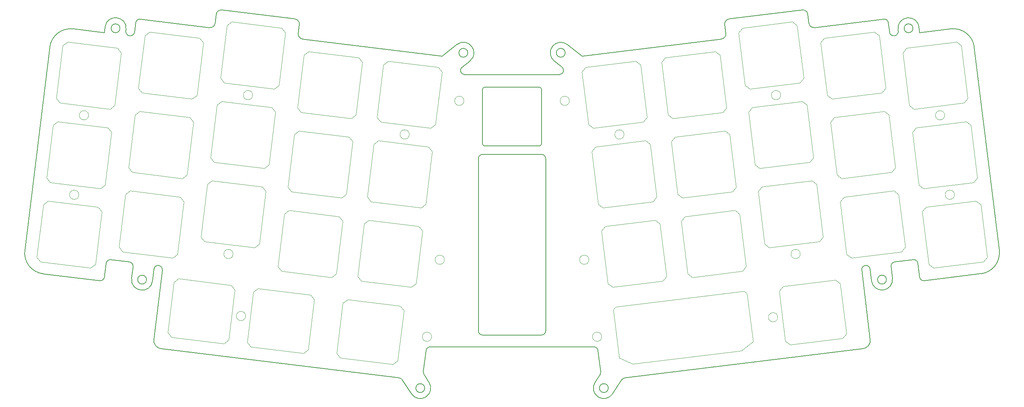
<source format=gm1>
G04 #@! TF.GenerationSoftware,KiCad,Pcbnew,7.0.10-7.0.10~ubuntu23.04.1*
G04 #@! TF.CreationDate,2024-02-06T18:33:21+00:00*
G04 #@! TF.ProjectId,plate_asym,706c6174-655f-4617-9379-6d2e6b696361,v0.1*
G04 #@! TF.SameCoordinates,Original*
G04 #@! TF.FileFunction,Profile,NP*
%FSLAX46Y46*%
G04 Gerber Fmt 4.6, Leading zero omitted, Abs format (unit mm)*
G04 Created by KiCad (PCBNEW 7.0.10-7.0.10~ubuntu23.04.1) date 2024-02-06 18:33:21*
%MOMM*%
%LPD*%
G01*
G04 APERTURE LIST*
G04 #@! TA.AperFunction,Profile*
%ADD10C,0.200000*%
G04 #@! TD*
G04 #@! TA.AperFunction,Profile*
%ADD11C,0.050000*%
G04 #@! TD*
G04 APERTURE END LIST*
D10*
X77682917Y-58995632D02*
X95052477Y-61128345D01*
X130002631Y-69966074D02*
X133525011Y-67208887D01*
X243493502Y-122541636D02*
G75*
G03*
X244607885Y-123412317I992598J121936D01*
G01*
X173443954Y-146544944D02*
X230025537Y-139597600D01*
X153139472Y-91358057D02*
X140139472Y-91358057D01*
X50197233Y-119273574D02*
X49795467Y-122545699D01*
X30863549Y-116191113D02*
G75*
G03*
X35216943Y-121763192I4962551J-609487D01*
G01*
X136609867Y-71143852D02*
G75*
G03*
X133525011Y-67208887I-1542467J1967452D01*
G01*
X166363422Y-147599714D02*
G75*
G03*
X170552210Y-150329837I2094378J-1365086D01*
G01*
X136117430Y-69176357D02*
G75*
G03*
X134017430Y-69176357I-1050000J0D01*
G01*
X134017430Y-69176357D02*
G75*
G03*
X136117430Y-69176357I1050000J0D01*
G01*
X51311653Y-118402862D02*
G75*
G03*
X50197234Y-119273574I-121953J-992438D01*
G01*
X61558128Y-120668517D02*
X61215624Y-123457990D01*
X122736741Y-150333918D02*
X120560880Y-146995520D01*
X55746721Y-65124164D02*
X55826748Y-65133990D01*
X258071990Y-121759108D02*
G75*
G03*
X262425377Y-116187055I-609190J4962608D01*
G01*
X96097289Y-62465643D02*
X95839839Y-64562398D01*
X230025536Y-139597589D02*
G75*
G03*
X231766889Y-137368768I-243736J1985089D01*
G01*
X127205790Y-139149902D02*
X166082638Y-139146364D01*
X243493469Y-122541640D02*
X243091703Y-119269515D01*
X54876034Y-64009747D02*
G75*
G03*
X55746721Y-65124163I992566J-121853D01*
G01*
X61522046Y-137372827D02*
X63543155Y-120912212D01*
X56595463Y-120059178D02*
G75*
G03*
X55724720Y-118944754I-992663J121778D01*
G01*
X56252893Y-122848643D02*
X56595397Y-120059170D01*
X217200710Y-62133147D02*
G75*
G03*
X218538067Y-63177949I1191290J146547D01*
G01*
X63263399Y-139601659D02*
X119844982Y-146549003D01*
X243356838Y-63035489D02*
G75*
G03*
X238368964Y-63647923I-2493938J-306211D01*
G01*
X232073312Y-123453931D02*
X231730808Y-120664458D01*
X74750870Y-63182004D02*
G75*
G03*
X76088171Y-62137199I146130J1191204D01*
G01*
X196404283Y-65895631D02*
G75*
G03*
X197449097Y-64558339I-146083J1190931D01*
G01*
X232073347Y-123453927D02*
G75*
G03*
X237036042Y-122844584I2481353J304627D01*
G01*
X140139472Y-77358057D02*
X153139472Y-77358057D01*
X95839848Y-64562399D02*
G75*
G03*
X96884652Y-65899695I1190852J-146401D01*
G01*
X134779321Y-72573626D02*
G75*
G03*
X135394999Y-74361699I615579J-788074D01*
G01*
X96097284Y-62465642D02*
G75*
G03*
X95052475Y-61128345I-1191184J146142D01*
G01*
X256488493Y-67835015D02*
X262425377Y-116187055D01*
X159271506Y-69172298D02*
G75*
G03*
X157171506Y-69172298I-1050000J0D01*
G01*
X157171506Y-69172298D02*
G75*
G03*
X159271506Y-69172298I1050000J0D01*
G01*
X154640692Y-94348132D02*
X154640691Y-135348130D01*
X135394999Y-74361699D02*
X157895290Y-74358473D01*
X243523049Y-64389422D02*
X250916415Y-63481631D01*
X153640692Y-136348133D02*
X139640692Y-136348133D01*
X136609849Y-71143829D02*
X134779303Y-72573604D01*
X54919971Y-63651982D02*
G75*
G03*
X49932129Y-63039552I-2493921J306212D01*
G01*
X218538067Y-63177950D02*
X234959918Y-61161600D01*
X56252895Y-122848643D02*
G75*
G03*
X61215624Y-123457990I2481365J-304667D01*
G01*
X161709203Y-68729846D02*
X163286305Y-69962015D01*
X42372521Y-63485690D02*
X49765887Y-64393481D01*
X58329012Y-61165708D02*
G75*
G03*
X57214603Y-62036336I-121912J-992492D01*
G01*
X127205790Y-139149882D02*
G75*
G03*
X126214751Y-140017014I110J-1000018D01*
G01*
X237564220Y-118940724D02*
G75*
G03*
X236693540Y-120055111I121780J-992476D01*
G01*
X159763925Y-67204825D02*
X161709203Y-68729846D01*
X42372519Y-63485705D02*
G75*
G03*
X36800443Y-67839074I-609219J-4962895D01*
G01*
X138640767Y-135348132D02*
G75*
G03*
X139640692Y-136348133I1000233J232D01*
G01*
X197449097Y-64558339D02*
X197191647Y-62461584D01*
X236693539Y-120055111D02*
X237036043Y-122844584D01*
X235604679Y-123149257D02*
G75*
G03*
X233504677Y-123149257I-1050001J0D01*
G01*
X233504677Y-123149257D02*
G75*
G03*
X235604679Y-123149257I1050001J0D01*
G01*
X58329018Y-61165659D02*
X74750869Y-63182009D01*
X153639543Y-77858057D02*
G75*
G03*
X153139472Y-77358057I-500043J-43D01*
G01*
X258071993Y-121759133D02*
X244607885Y-123412317D01*
X236074307Y-62032280D02*
G75*
G03*
X234959918Y-61161601I-992507J-121820D01*
G01*
X172728056Y-146991461D02*
X170552195Y-150329859D01*
X153639472Y-77858057D02*
X153639472Y-90858057D01*
X48681051Y-123416373D02*
G75*
G03*
X49795467Y-122545699I121849J992573D01*
G01*
X55826750Y-65133972D02*
G75*
G03*
X56941164Y-64263313I121850J992572D01*
G01*
X167073850Y-140013399D02*
X167747194Y-145032513D01*
X236347789Y-64259252D02*
G75*
G03*
X237462188Y-65129931I992611J121952D01*
G01*
X139640692Y-93348132D02*
X153640692Y-93348132D01*
X167073852Y-140013399D02*
G75*
G03*
X166082638Y-139146364I-991152J-133001D01*
G01*
X198236459Y-61124286D02*
X215606019Y-58991573D01*
X125881141Y-148968822D02*
G75*
G03*
X123781139Y-148968822I-1050001J0D01*
G01*
X123781139Y-148968822D02*
G75*
G03*
X125881141Y-148968822I1050001J0D01*
G01*
X241912885Y-63341708D02*
G75*
G03*
X239812885Y-63341708I-1050000J0D01*
G01*
X239812885Y-63341708D02*
G75*
G03*
X241912885Y-63341708I1050000J0D01*
G01*
X238368963Y-63647923D02*
X238412891Y-64005689D01*
X236074334Y-62032277D02*
X236347772Y-64259254D01*
X139640692Y-93348092D02*
G75*
G03*
X138640692Y-94348132I8J-1000008D01*
G01*
X256488543Y-67835009D02*
G75*
G03*
X250916415Y-63481632I-4962843J-609491D01*
G01*
X122736732Y-150333891D02*
G75*
G03*
X126925554Y-147603747I2094438J1365031D01*
G01*
X96884652Y-65899696D02*
X130002631Y-69966074D01*
X163286305Y-69962015D02*
X196404284Y-65895637D01*
X153139472Y-91358072D02*
G75*
G03*
X153639472Y-90858057I28J499972D01*
G01*
X243091677Y-119269518D02*
G75*
G03*
X241977287Y-118398839I-992477J-121782D01*
G01*
X154640668Y-94348132D02*
G75*
G03*
X153640692Y-93348132I-999968J32D01*
G01*
X166363381Y-147599689D02*
X167593882Y-145711350D01*
X159763919Y-67204835D02*
G75*
G03*
X156679087Y-71139770I-1542419J-1967465D01*
G01*
X139639472Y-90858057D02*
X139639472Y-77858057D01*
X157895290Y-74358488D02*
G75*
G03*
X158510700Y-72570378I-90J999988D01*
G01*
X169507797Y-148964763D02*
G75*
G03*
X167407795Y-148964763I-1050001J0D01*
G01*
X167407795Y-148964763D02*
G75*
G03*
X169507797Y-148964763I1050001J0D01*
G01*
X48681051Y-123416376D02*
X35216943Y-121763192D01*
X237564216Y-118940695D02*
X241977287Y-118398838D01*
X51311649Y-118402897D02*
X55724720Y-118944754D01*
X125541773Y-145036576D02*
G75*
G03*
X125695054Y-145715409I991127J-132924D01*
G01*
X125695054Y-145715409D02*
X126925555Y-147603748D01*
X54876045Y-64009748D02*
X54919973Y-63651982D01*
X173443957Y-146544965D02*
G75*
G03*
X172728057Y-146991461I121843J-992535D01*
G01*
X216943315Y-60036384D02*
X217200764Y-62133140D01*
X231730816Y-120664421D02*
G75*
G03*
X229745781Y-120908153I-992516J-121879D01*
G01*
X243522605Y-64385805D02*
X243356807Y-63035493D01*
X167593876Y-145711346D02*
G75*
G03*
X167747194Y-145032513I-837776J545946D01*
G01*
X61522050Y-137372828D02*
G75*
G03*
X63263399Y-139601659I1985050J-243772D01*
G01*
X138640692Y-135348132D02*
X138640692Y-94348132D01*
X198236459Y-61124267D02*
G75*
G03*
X197191648Y-62461584I146341J-1191133D01*
G01*
X237462188Y-65129931D02*
X237542215Y-65120105D01*
X76088172Y-62137199D02*
X76345621Y-60040443D01*
X59784259Y-123153316D02*
G75*
G03*
X57684257Y-123153316I-1050001J0D01*
G01*
X57684257Y-123153316D02*
G75*
G03*
X59784259Y-123153316I1050001J0D01*
G01*
X125541742Y-145036572D02*
X126214750Y-140017014D01*
X56941164Y-64263313D02*
X57214602Y-62036336D01*
X120560891Y-146995513D02*
G75*
G03*
X119844982Y-146549003I-837791J-546087D01*
G01*
X158510700Y-72570378D02*
X156679087Y-71139770D01*
X139639543Y-90858057D02*
G75*
G03*
X140139472Y-91358057I499957J-43D01*
G01*
X53476051Y-63345767D02*
G75*
G03*
X51376051Y-63345767I-1050000J0D01*
G01*
X51376051Y-63345767D02*
G75*
G03*
X53476051Y-63345767I1050000J0D01*
G01*
X153640692Y-136348191D02*
G75*
G03*
X154640691Y-135348130I-92J1000091D01*
G01*
X140139472Y-77358072D02*
G75*
G03*
X139639472Y-77858057I28J-500028D01*
G01*
X30863559Y-116191114D02*
X36800443Y-67839074D01*
X49932129Y-63039552D02*
X49766331Y-64389864D01*
X216943396Y-60036375D02*
G75*
G03*
X215606019Y-58991574I-1191196J-146425D01*
G01*
X237542212Y-65120078D02*
G75*
G03*
X238412891Y-64005689I-121912J992578D01*
G01*
X229745781Y-120908153D02*
X231766890Y-137368768D01*
X63543082Y-120912203D02*
G75*
G03*
X61558132Y-120668481I-992482J121803D01*
G01*
X77682925Y-58995569D02*
G75*
G03*
X76345622Y-60040444I-146025J-1191331D01*
G01*
D11*
X199603329Y-106673651D02*
X187692775Y-108136083D01*
X199603329Y-106673651D02*
X200717744Y-107544328D01*
X186822098Y-109250499D02*
X187692775Y-108136083D01*
X186822098Y-109250499D02*
X188357652Y-121756580D01*
X202253298Y-120050409D02*
X200717744Y-107544328D01*
X188357652Y-121756580D02*
X189472067Y-122627257D01*
X201382621Y-121164825D02*
X202253298Y-120050409D01*
X189472067Y-122627257D02*
X201382621Y-121164825D01*
X217930931Y-99625039D02*
X206020377Y-101087471D01*
X217930931Y-99625039D02*
X219045346Y-100495716D01*
X205149700Y-102201887D02*
X206020377Y-101087471D01*
X205149700Y-102201887D02*
X206685254Y-114707968D01*
X220580900Y-113001797D02*
X219045346Y-100495716D01*
X206685254Y-114707968D02*
X207799669Y-115578645D01*
X219710223Y-114116213D02*
X220580900Y-113001797D01*
X207799669Y-115578645D02*
X219710223Y-114116213D01*
X115447549Y-85670428D02*
X127358103Y-87132860D01*
X115447549Y-85670428D02*
X114576872Y-84556012D01*
X128472518Y-86262183D02*
X127358103Y-87132860D01*
X128472518Y-86262183D02*
X130008072Y-73756102D01*
X116112426Y-72049931D02*
X114576872Y-84556012D01*
X130008072Y-73756102D02*
X129137395Y-72641686D01*
X117226841Y-71179254D02*
X116112426Y-72049931D01*
X129137395Y-72641686D02*
X117226841Y-71179254D01*
X113125938Y-104578432D02*
X125036492Y-106040864D01*
X113125938Y-104578432D02*
X112255261Y-103464016D01*
X126150907Y-105170187D02*
X125036492Y-106040864D01*
X126150907Y-105170187D02*
X127686461Y-92664106D01*
X113790815Y-90957935D02*
X112255261Y-103464016D01*
X127686461Y-92664106D02*
X126815784Y-91549690D01*
X114905230Y-90087258D02*
X113790815Y-90957935D01*
X126815784Y-91549690D02*
X114905230Y-90087258D01*
X85178263Y-126133133D02*
X83715831Y-138043687D01*
X85178263Y-126133133D02*
X86292679Y-125262456D01*
X84586508Y-139158102D02*
X83715831Y-138043687D01*
X84586508Y-139158102D02*
X97092589Y-140693656D01*
X98798760Y-126798010D02*
X86292679Y-125262456D01*
X97092589Y-140693656D02*
X98207005Y-139822979D01*
X99669437Y-127912425D02*
X98798760Y-126798010D01*
X98207005Y-139822979D02*
X99669437Y-127912425D01*
X237419338Y-102030429D02*
X225508784Y-103492861D01*
X237419338Y-102030429D02*
X238533753Y-102901106D01*
X224638107Y-104607277D02*
X225508784Y-103492861D01*
X224638107Y-104607277D02*
X226173661Y-117113358D01*
X240069307Y-115407187D02*
X238533753Y-102901106D01*
X226173661Y-117113358D02*
X227288076Y-117984035D01*
X239198630Y-116521603D02*
X240069307Y-115407187D01*
X227288076Y-117984035D02*
X239198630Y-116521603D01*
X160268967Y-80607062D02*
G75*
G03*
X158068967Y-80607062I-1100000J0D01*
G01*
X158068967Y-80607062D02*
G75*
G03*
X160268967Y-80607062I1100000J0D01*
G01*
X235097727Y-83122425D02*
X223187173Y-84584857D01*
X235097727Y-83122425D02*
X236212142Y-83993102D01*
X222316496Y-85699273D02*
X223187173Y-84584857D01*
X222316496Y-85699273D02*
X223852050Y-98205354D01*
X237747696Y-96499183D02*
X236212142Y-83993102D01*
X223852050Y-98205354D02*
X224966465Y-99076031D01*
X236877019Y-97613599D02*
X237747696Y-96499183D01*
X224966465Y-99076031D02*
X236877019Y-97613599D01*
X127518141Y-136750673D02*
G75*
G03*
X125318141Y-136750673I-1100000J0D01*
G01*
X125318141Y-136750673D02*
G75*
G03*
X127518141Y-136750673I1100000J0D01*
G01*
X66270258Y-123811525D02*
X64807826Y-135722079D01*
X66270258Y-123811525D02*
X67384674Y-122940848D01*
X65678503Y-136836494D02*
X64807826Y-135722079D01*
X65678503Y-136836494D02*
X78184584Y-138372048D01*
X79890755Y-124476402D02*
X67384674Y-122940848D01*
X78184584Y-138372048D02*
X79299000Y-137501371D01*
X80761432Y-125590817D02*
X79890755Y-124476402D01*
X79299000Y-137501371D02*
X80761432Y-125590817D01*
X209774973Y-132111164D02*
G75*
G03*
X207574973Y-132111164I-1100000J0D01*
G01*
X207574973Y-132111164D02*
G75*
G03*
X209774973Y-132111164I1100000J0D01*
G01*
X249453527Y-84051437D02*
G75*
G03*
X247253527Y-84051437I-1100000J0D01*
G01*
X247253527Y-84051437D02*
G75*
G03*
X249453527Y-84051437I1100000J0D01*
G01*
X167960803Y-136750673D02*
G75*
G03*
X165760803Y-136750673I-1100000J0D01*
G01*
X165760803Y-136750673D02*
G75*
G03*
X167960803Y-136750673I1100000J0D01*
G01*
X130566755Y-118423073D02*
G75*
G03*
X128366755Y-118423073I-1100000J0D01*
G01*
X128366755Y-118423073D02*
G75*
G03*
X130566755Y-118423073I1100000J0D01*
G01*
X54080315Y-116521603D02*
X65990869Y-117984035D01*
X54080315Y-116521603D02*
X53209638Y-115407187D01*
X67105284Y-117113358D02*
X65990869Y-117984035D01*
X67105284Y-117113358D02*
X68640838Y-104607277D01*
X54745192Y-102901106D02*
X53209638Y-115407187D01*
X68640838Y-104607277D02*
X67770161Y-103492861D01*
X55859607Y-102030429D02*
X54745192Y-102901106D01*
X67770161Y-103492861D02*
X55859607Y-102030429D01*
X180695325Y-108995262D02*
X168784771Y-110457694D01*
X180695325Y-108995262D02*
X181809740Y-109865939D01*
X167914094Y-111572110D02*
X168784771Y-110457694D01*
X167914094Y-111572110D02*
X169449648Y-124078191D01*
X183345294Y-122372020D02*
X181809740Y-109865939D01*
X169449648Y-124078191D02*
X170564063Y-124948868D01*
X182474617Y-123486436D02*
X183345294Y-122372020D01*
X170564063Y-124948868D02*
X182474617Y-123486436D01*
X96539545Y-83348817D02*
X108450099Y-84811249D01*
X96539545Y-83348817D02*
X95668868Y-82234401D01*
X109564514Y-83940572D02*
X108450099Y-84811249D01*
X109564514Y-83940572D02*
X111100068Y-71434491D01*
X97204422Y-69728320D02*
X95668868Y-82234401D01*
X111100068Y-71434491D02*
X110229391Y-70320075D01*
X98318837Y-68857643D02*
X97204422Y-69728320D01*
X110229391Y-70320075D02*
X98318837Y-68857643D01*
X43703801Y-102959440D02*
G75*
G03*
X41503801Y-102959440I-1100000J0D01*
G01*
X41503801Y-102959440D02*
G75*
G03*
X43703801Y-102959440I1100000J0D01*
G01*
X110804327Y-123486436D02*
X122714881Y-124948868D01*
X110804327Y-123486436D02*
X109933650Y-122372020D01*
X123829296Y-124078191D02*
X122714881Y-124948868D01*
X123829296Y-124078191D02*
X125364850Y-111572110D01*
X111469204Y-109865939D02*
X109933650Y-122372020D01*
X125364850Y-111572110D02*
X124494173Y-110457694D01*
X112583619Y-108995262D02*
X111469204Y-109865939D01*
X124494173Y-110457694D02*
X112583619Y-108995262D01*
X106449768Y-128744945D02*
X104987336Y-140655499D01*
X106449768Y-128744945D02*
X107564184Y-127874268D01*
X105858013Y-141769914D02*
X104987336Y-140655499D01*
X105858013Y-141769914D02*
X118364094Y-143305468D01*
X120070265Y-129409822D02*
X107564184Y-127874268D01*
X118364094Y-143305468D02*
X119478510Y-142434791D01*
X120940942Y-130524237D02*
X120070265Y-129409822D01*
X119478510Y-142434791D02*
X120940942Y-130524237D01*
X36913519Y-100018989D02*
X48824073Y-101481421D01*
X36913519Y-100018989D02*
X36042842Y-98904573D01*
X49938488Y-100610744D02*
X48824073Y-101481421D01*
X49938488Y-100610744D02*
X51474042Y-88104663D01*
X37578396Y-86398492D02*
X36042842Y-98904573D01*
X51474042Y-88104663D02*
X50603365Y-86990247D01*
X38692811Y-85527815D02*
X37578396Y-86398492D01*
X50603365Y-86990247D02*
X38692811Y-85527815D01*
X232776116Y-64214421D02*
X220865562Y-65676853D01*
X232776116Y-64214421D02*
X233890531Y-65085098D01*
X219994885Y-66791269D02*
X220865562Y-65676853D01*
X219994885Y-66791269D02*
X221530439Y-79297350D01*
X235426085Y-77591179D02*
X233890531Y-65085098D01*
X221530439Y-79297350D02*
X222644854Y-80168027D01*
X234555408Y-78705595D02*
X235426085Y-77591179D01*
X222644854Y-80168027D02*
X234555408Y-78705595D01*
X252264523Y-66619811D02*
X240353969Y-68082243D01*
X252264523Y-66619811D02*
X253378938Y-67490488D01*
X239483292Y-69196659D02*
X240353969Y-68082243D01*
X239483292Y-69196659D02*
X241018846Y-81702740D01*
X254914492Y-79996569D02*
X253378938Y-67490488D01*
X241018846Y-81702740D02*
X242133261Y-82573417D01*
X254043815Y-81110985D02*
X254914492Y-79996569D01*
X242133261Y-82573417D02*
X254043815Y-81110985D01*
X56401926Y-97613599D02*
X68312480Y-99076031D01*
X56401926Y-97613599D02*
X55531249Y-96499183D01*
X69426895Y-98205354D02*
X68312480Y-99076031D01*
X69426895Y-98205354D02*
X70962449Y-85699273D01*
X57066803Y-83993102D02*
X55531249Y-96499183D01*
X70962449Y-85699273D02*
X70091772Y-84584857D01*
X58181218Y-83122425D02*
X57066803Y-83993102D01*
X70091772Y-84584857D02*
X58181218Y-83122425D01*
X39235130Y-81110985D02*
X51145684Y-82573417D01*
X39235130Y-81110985D02*
X38364453Y-79996569D01*
X52260099Y-81702740D02*
X51145684Y-82573417D01*
X52260099Y-81702740D02*
X53795653Y-69196659D01*
X39900007Y-67490488D02*
X38364453Y-79996569D01*
X53795653Y-69196659D02*
X52924976Y-68082243D01*
X41014422Y-66619811D02*
X39900007Y-67490488D01*
X52924976Y-68082243D02*
X41014422Y-66619811D01*
X58723537Y-78705595D02*
X70634091Y-80168027D01*
X58723537Y-78705595D02*
X57852860Y-77591179D01*
X71748506Y-79297350D02*
X70634091Y-80168027D01*
X71748506Y-79297350D02*
X73284060Y-66791269D01*
X59388414Y-65085098D02*
X57852860Y-77591179D01*
X73284060Y-66791269D02*
X72413383Y-65676853D01*
X60502829Y-64214421D02*
X59388414Y-65085098D01*
X72413383Y-65676853D02*
X60502829Y-64214421D01*
X75890333Y-95208209D02*
X87800887Y-96670641D01*
X75890333Y-95208209D02*
X75019656Y-94093793D01*
X88915302Y-95799964D02*
X87800887Y-96670641D01*
X88915302Y-95799964D02*
X90450856Y-83293883D01*
X76555210Y-81587712D02*
X75019656Y-94093793D01*
X90450856Y-83293883D02*
X89580179Y-82179467D01*
X77669625Y-80717035D02*
X76555210Y-81587712D01*
X89580179Y-82179467D02*
X77669625Y-80717035D01*
X256909113Y-104432605D02*
X244998559Y-105895037D01*
X256909113Y-104432605D02*
X258023528Y-105303282D01*
X244127882Y-107009453D02*
X244998559Y-105895037D01*
X244127882Y-107009453D02*
X245663436Y-119515534D01*
X259559082Y-117809363D02*
X258023528Y-105303282D01*
X245663436Y-119515534D02*
X246777851Y-120386211D01*
X258688405Y-118923779D02*
X259559082Y-117809363D01*
X246777851Y-120386211D02*
X258688405Y-118923779D01*
X164912189Y-118423073D02*
G75*
G03*
X162712189Y-118423073I-1100000J0D01*
G01*
X162712189Y-118423073D02*
G75*
G03*
X164912189Y-118423073I1100000J0D01*
G01*
X85002227Y-79240652D02*
G75*
G03*
X82802227Y-79240652I-1100000J0D01*
G01*
X82802227Y-79240652D02*
G75*
G03*
X85002227Y-79240652I1100000J0D01*
G01*
X135209977Y-80607062D02*
G75*
G03*
X133009977Y-80607062I-1100000J0D01*
G01*
X133009977Y-80607062D02*
G75*
G03*
X135209977Y-80607062I1100000J0D01*
G01*
X80352841Y-117055846D02*
G75*
G03*
X78152841Y-117055846I-1100000J0D01*
G01*
X78152841Y-117055846D02*
G75*
G03*
X80352841Y-117055846I1100000J0D01*
G01*
X210476717Y-79240652D02*
G75*
G03*
X208276717Y-79240652I-1100000J0D01*
G01*
X208276717Y-79240652D02*
G75*
G03*
X210476717Y-79240652I1100000J0D01*
G01*
X173247274Y-88610059D02*
G75*
G03*
X171047274Y-88610059I-1100000J0D01*
G01*
X171047274Y-88610059D02*
G75*
G03*
X173247274Y-88610059I1100000J0D01*
G01*
X34598076Y-118927813D02*
X46508630Y-120390245D01*
X34598076Y-118927813D02*
X33727399Y-117813397D01*
X47623045Y-119519568D02*
X46508630Y-120390245D01*
X47623045Y-119519568D02*
X49158599Y-107013487D01*
X35262953Y-105307316D02*
X33727399Y-117813397D01*
X49158599Y-107013487D02*
X48287922Y-105899071D01*
X36377368Y-104436639D02*
X35262953Y-105307316D01*
X48287922Y-105899071D02*
X36377368Y-104436639D01*
X215126101Y-117055844D02*
G75*
G03*
X212926101Y-117055844I-1100000J0D01*
G01*
X212926101Y-117055844D02*
G75*
G03*
X215126101Y-117055844I1100000J0D01*
G01*
X91896323Y-121164825D02*
X103806877Y-122627257D01*
X91896323Y-121164825D02*
X91025646Y-120050409D01*
X104921292Y-121756580D02*
X103806877Y-122627257D01*
X104921292Y-121756580D02*
X106456846Y-109250499D01*
X92561200Y-107544328D02*
X91025646Y-120050409D01*
X106456846Y-109250499D02*
X105586169Y-108136083D01*
X93675615Y-106673651D02*
X92561200Y-107544328D01*
X105586169Y-108136083D02*
X93675615Y-106673651D01*
X172153405Y-141809312D02*
X170794562Y-130742422D01*
X172153405Y-141809312D02*
X175350409Y-143230287D01*
X171665239Y-129628007D02*
X201441624Y-125971926D01*
X201156609Y-140061684D02*
X175350409Y-143230287D01*
X202556039Y-126842603D02*
X203914882Y-137909493D01*
X203914882Y-137909493D02*
X201156609Y-140061684D01*
X171665239Y-129628008D02*
G75*
G03*
X170794563Y-130742422I121868J-992544D01*
G01*
X202556039Y-126842603D02*
G75*
G03*
X201441624Y-125971927I-992546J-121870D01*
G01*
X73568722Y-114116213D02*
X85479276Y-115578645D01*
X73568722Y-114116213D02*
X72698045Y-113001797D01*
X86593691Y-114707968D02*
X85479276Y-115578645D01*
X86593691Y-114707968D02*
X88129245Y-102201887D01*
X74233599Y-100495716D02*
X72698045Y-113001797D01*
X88129245Y-102201887D02*
X87258568Y-101087471D01*
X75348014Y-99625039D02*
X74233599Y-100495716D01*
X87258568Y-101087471D02*
X75348014Y-99625039D01*
X254586134Y-85527815D02*
X242675580Y-86990247D01*
X254586134Y-85527815D02*
X255700549Y-86398492D01*
X241804903Y-88104663D02*
X242675580Y-86990247D01*
X241804903Y-88104663D02*
X243340457Y-100610744D01*
X257236103Y-98904573D02*
X255700549Y-86398492D01*
X243340457Y-100610744D02*
X244454872Y-101481421D01*
X256365426Y-100018989D02*
X257236103Y-98904573D01*
X244454872Y-101481421D02*
X256365426Y-100018989D01*
X176052103Y-71179254D02*
X164141549Y-72641686D01*
X176052103Y-71179254D02*
X177166518Y-72049931D01*
X163270872Y-73756102D02*
X164141549Y-72641686D01*
X163270872Y-73756102D02*
X164806426Y-86262183D01*
X178702072Y-84556012D02*
X177166518Y-72049931D01*
X164806426Y-86262183D02*
X165920841Y-87132860D01*
X177831395Y-85670428D02*
X178702072Y-84556012D01*
X165920841Y-87132860D02*
X177831395Y-85670428D01*
X83338631Y-131817253D02*
G75*
G03*
X81138631Y-131817253I-1100000J0D01*
G01*
X81138631Y-131817253D02*
G75*
G03*
X83338631Y-131817253I1100000J0D01*
G01*
X197281718Y-87765647D02*
X185371164Y-89228079D01*
X197281718Y-87765647D02*
X198396133Y-88636324D01*
X184500487Y-90342495D02*
X185371164Y-89228079D01*
X184500487Y-90342495D02*
X186036041Y-102848576D01*
X199931687Y-101142405D02*
X198396133Y-88636324D01*
X186036041Y-102848576D02*
X187150456Y-103719253D01*
X199061010Y-102256821D02*
X199931687Y-101142405D01*
X187150456Y-103719253D02*
X199061010Y-102256821D01*
X122231670Y-88610059D02*
G75*
G03*
X120031670Y-88610059I-1100000J0D01*
G01*
X120031670Y-88610059D02*
G75*
G03*
X122231670Y-88610059I1100000J0D01*
G01*
X251775143Y-102959440D02*
G75*
G03*
X249575143Y-102959440I-1100000J0D01*
G01*
X249575143Y-102959440D02*
G75*
G03*
X251775143Y-102959440I1100000J0D01*
G01*
X178373714Y-90087258D02*
X166463160Y-91549690D01*
X178373714Y-90087258D02*
X179488129Y-90957935D01*
X165592483Y-92664106D02*
X166463160Y-91549690D01*
X165592483Y-92664106D02*
X167128037Y-105170187D01*
X181023683Y-103464016D02*
X179488129Y-90957935D01*
X167128037Y-105170187D02*
X168242452Y-106040864D01*
X180153006Y-104578432D02*
X181023683Y-103464016D01*
X168242452Y-106040864D02*
X180153006Y-104578432D01*
X46025417Y-84051437D02*
G75*
G03*
X43825417Y-84051437I-1100000J0D01*
G01*
X43825417Y-84051437D02*
G75*
G03*
X46025417Y-84051437I1100000J0D01*
G01*
X213287709Y-61809031D02*
X201377155Y-63271463D01*
X213287709Y-61809031D02*
X214402124Y-62679708D01*
X200506478Y-64385879D02*
X201377155Y-63271463D01*
X200506478Y-64385879D02*
X202042032Y-76891960D01*
X215937678Y-75185789D02*
X214402124Y-62679708D01*
X202042032Y-76891960D02*
X203156447Y-77762637D01*
X215067001Y-76300205D02*
X215937678Y-75185789D01*
X203156447Y-77762637D02*
X215067001Y-76300205D01*
X194960107Y-68857643D02*
X183049553Y-70320075D01*
X194960107Y-68857643D02*
X196074522Y-69728320D01*
X182178876Y-71434491D02*
X183049553Y-70320075D01*
X182178876Y-71434491D02*
X183714430Y-83940572D01*
X197610076Y-82234401D02*
X196074522Y-69728320D01*
X183714430Y-83940572D02*
X184828845Y-84811249D01*
X196739399Y-83348817D02*
X197610076Y-82234401D01*
X184828845Y-84811249D02*
X196739399Y-83348817D01*
X210153540Y-125881512D02*
X211615972Y-137792066D01*
X210153540Y-125881512D02*
X211024217Y-124767097D01*
X212730388Y-138662743D02*
X211615972Y-137792066D01*
X212730388Y-138662743D02*
X225236469Y-137127189D01*
X223530298Y-123231543D02*
X211024217Y-124767097D01*
X225236469Y-137127189D02*
X226107146Y-136012774D01*
X224644714Y-124102220D02*
X223530298Y-123231543D01*
X226107146Y-136012774D02*
X224644714Y-124102220D01*
X78211944Y-76300205D02*
X90122498Y-77762637D01*
X78211944Y-76300205D02*
X77341267Y-75185789D01*
X91236913Y-76891960D02*
X90122498Y-77762637D01*
X91236913Y-76891960D02*
X92772467Y-64385879D01*
X78876821Y-62679708D02*
X77341267Y-75185789D01*
X92772467Y-64385879D02*
X91901790Y-63271463D01*
X79991236Y-61809031D02*
X78876821Y-62679708D01*
X91901790Y-63271463D02*
X79991236Y-61809031D01*
X94217934Y-102256821D02*
X106128488Y-103719253D01*
X94217934Y-102256821D02*
X93347257Y-101142405D01*
X107242903Y-102848576D02*
X106128488Y-103719253D01*
X107242903Y-102848576D02*
X108778457Y-90342495D01*
X94882811Y-88636324D02*
X93347257Y-101142405D01*
X108778457Y-90342495D02*
X107907780Y-89228079D01*
X95997226Y-87765647D02*
X94882811Y-88636324D01*
X107907780Y-89228079D02*
X95997226Y-87765647D01*
X215609320Y-80717035D02*
X203698766Y-82179467D01*
X215609320Y-80717035D02*
X216723735Y-81587712D01*
X202828089Y-83293883D02*
X203698766Y-82179467D01*
X202828089Y-83293883D02*
X204363643Y-95799964D01*
X218259289Y-94093793D02*
X216723735Y-81587712D01*
X204363643Y-95799964D02*
X205478058Y-96670641D01*
X217388612Y-95208209D02*
X218259289Y-94093793D01*
X205478058Y-96670641D02*
X217388612Y-95208209D01*
M02*

</source>
